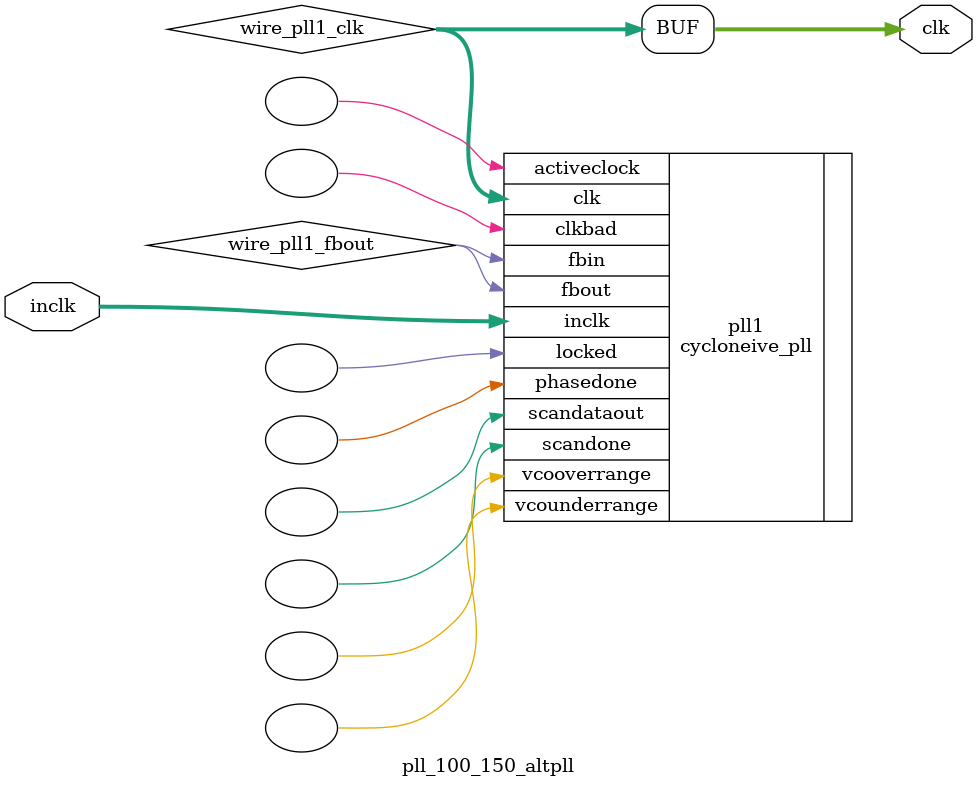
<source format=v>






//synthesis_resources = cycloneive_pll 1 
//synopsys translate_off
`timescale 1 ps / 1 ps
//synopsys translate_on
module  pll_100_150_altpll
	( 
	clk,
	inclk) /* synthesis synthesis_clearbox=1 */;
	output   [4:0]  clk;
	input   [1:0]  inclk;
`ifndef ALTERA_RESERVED_QIS
// synopsys translate_off
`endif
	tri0   [1:0]  inclk;
`ifndef ALTERA_RESERVED_QIS
// synopsys translate_on
`endif

	wire  [4:0]   wire_pll1_clk;
	wire  wire_pll1_fbout;

	cycloneive_pll   pll1
	( 
	.activeclock(),
	.clk(wire_pll1_clk),
	.clkbad(),
	.fbin(wire_pll1_fbout),
	.fbout(wire_pll1_fbout),
	.inclk(inclk),
	.locked(),
	.phasedone(),
	.scandataout(),
	.scandone(),
	.vcooverrange(),
	.vcounderrange()
	`ifndef FORMAL_VERIFICATION
	// synopsys translate_off
	`endif
	,
	.areset(1'b0),
	.clkswitch(1'b0),
	.configupdate(1'b0),
	.pfdena(1'b1),
	.phasecounterselect({3{1'b0}}),
	.phasestep(1'b0),
	.phaseupdown(1'b0),
	.scanclk(1'b0),
	.scanclkena(1'b1),
	.scandata(1'b0)
	`ifndef FORMAL_VERIFICATION
	// synopsys translate_on
	`endif
	);
	defparam
		pll1.bandwidth_type = "auto",
		pll1.clk0_divide_by = 1,
		pll1.clk0_duty_cycle = 50,
		pll1.clk0_multiply_by = 2,
		pll1.clk0_phase_shift = "0",
		pll1.clk1_divide_by = 1,
		pll1.clk1_duty_cycle = 50,
		pll1.clk1_multiply_by = 3,
		pll1.clk1_phase_shift = "0",
		pll1.compensate_clock = "clk0",
		pll1.inclk0_input_frequency = 20000,
		pll1.operation_mode = "normal",
		pll1.pll_type = "auto",
		pll1.lpm_type = "cycloneive_pll";
	assign
		clk = {wire_pll1_clk[4:0]};
endmodule //pll_100_150_altpll
//VALID FILE

</source>
